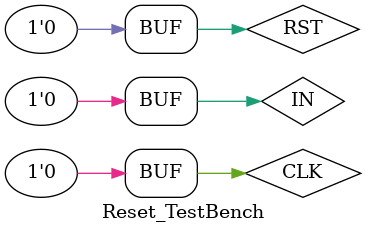
<source format=v>
`timescale 1ns / 1ps


module Reset_TestBench(

    );
    
    reg CLK, IN, RST;
    wire restart;
    
    Enable_RST UUT(.CLK(CLK), .RST(RST), .IN(IN), .restart(restart));
    initial begin
    RST = 1'b1;
    #40;
    RST = 1'b0;
    IN = 1'b1;
    #60;
    
    IN = 1'b0;
    
    end
    
    always begin
    CLK = 1'b1;
    #20;
    CLK = 1'b0;
    #20;
    end
endmodule

</source>
